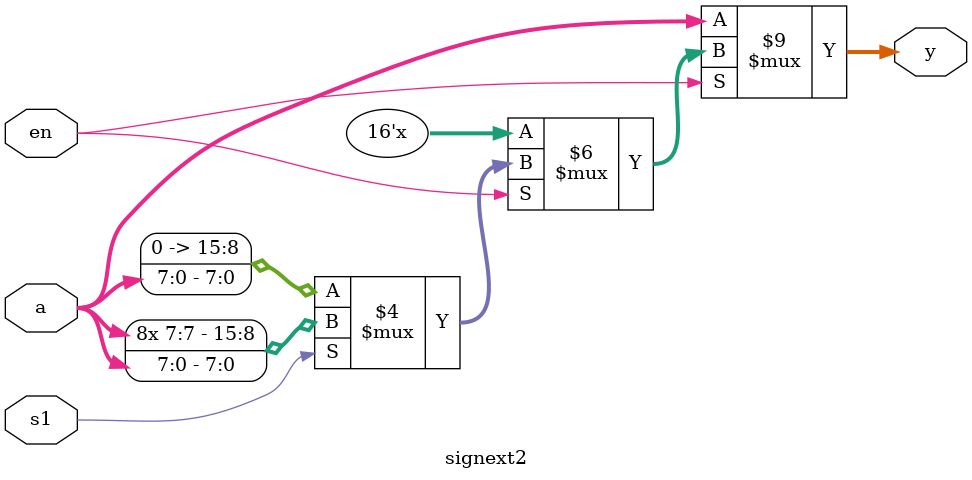
<source format=v>
module signext2(
	input [15:0] a,
	input s1,
	input en,
	output reg [15:0] y);

	always @(*) begin
		if (en) begin
			if (s1)
				y = {{8{a[7]}}, a[7:0]};
			else 
				y = {{8{1'b0}}, a[7:0]};
		end else begin
			y = a[15:0];
		end
	end
endmodule
</source>
